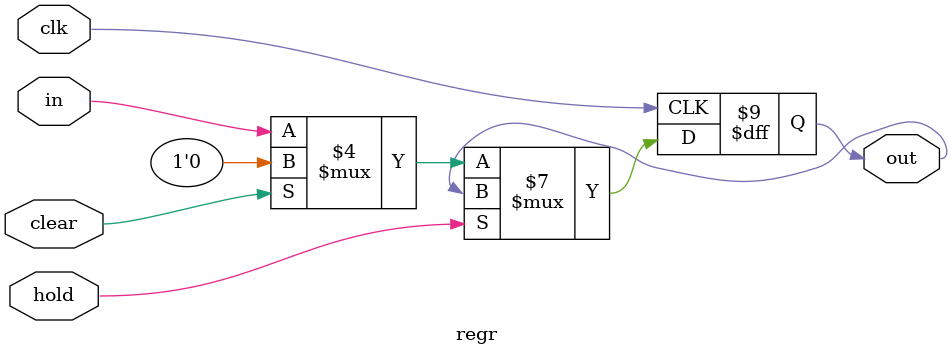
<source format=v>
`ifndef _regr
`define _regr

module regr (
	input clk,
	input clear,
	input hold,
	input wire [N-1:0] in,
	output reg [N-1:0] out);

	parameter N = 1;
	initial begin
        out = 32'h00000000;
    end

	always @(posedge clk) begin
		//优先执行hold信号
		//因为BEQ指令在遇到LW指令的阻塞的时候,应该先执行LW指令的阻塞
		//否则BEQ可能得到错误的数据
		//(RF会静默持续输出,如果错误信息刚好触发BEQ的条件,可能发生错误,需要等待LW指令把正确的数据送过来)
		if (hold)
			out <= out;
		else if (clear)
			out <= {N{1'b0}};
		else
			out <= in;
	end
endmodule

`endif

</source>
